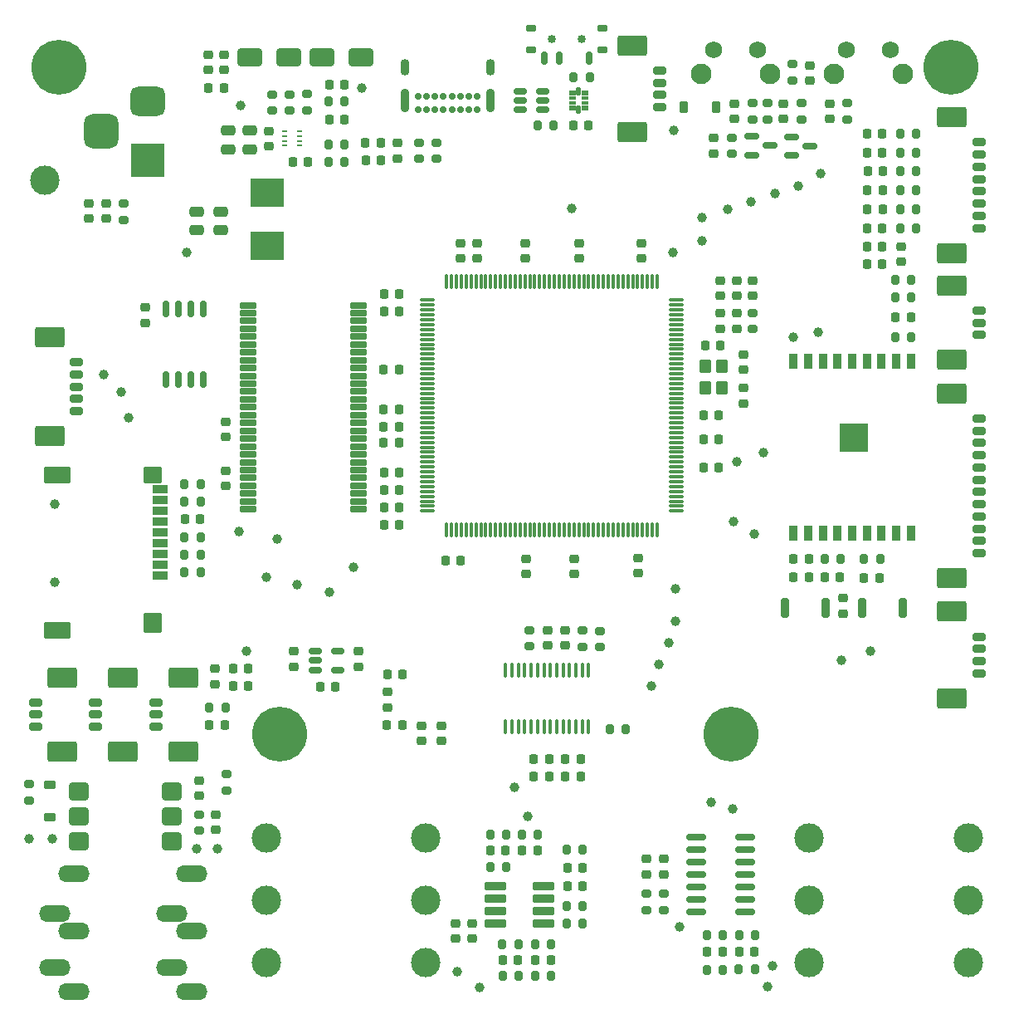
<source format=gbr>
%TF.GenerationSoftware,KiCad,Pcbnew,9.0.6*%
%TF.CreationDate,2026-01-08T15:16:43+08:00*%
%TF.ProjectId,STM32H7_PEDAL_V9,53544d33-3248-4375-9f50-4544414c5f56,rev?*%
%TF.SameCoordinates,Original*%
%TF.FileFunction,Soldermask,Top*%
%TF.FilePolarity,Negative*%
%FSLAX46Y46*%
G04 Gerber Fmt 4.6, Leading zero omitted, Abs format (unit mm)*
G04 Created by KiCad (PCBNEW 9.0.6) date 2026-01-08 15:16:43*
%MOMM*%
%LPD*%
G01*
G04 APERTURE LIST*
G04 Aperture macros list*
%AMRoundRect*
0 Rectangle with rounded corners*
0 $1 Rounding radius*
0 $2 $3 $4 $5 $6 $7 $8 $9 X,Y pos of 4 corners*
0 Add a 4 corners polygon primitive as box body*
4,1,4,$2,$3,$4,$5,$6,$7,$8,$9,$2,$3,0*
0 Add four circle primitives for the rounded corners*
1,1,$1+$1,$2,$3*
1,1,$1+$1,$4,$5*
1,1,$1+$1,$6,$7*
1,1,$1+$1,$8,$9*
0 Add four rect primitives between the rounded corners*
20,1,$1+$1,$2,$3,$4,$5,0*
20,1,$1+$1,$4,$5,$6,$7,0*
20,1,$1+$1,$6,$7,$8,$9,0*
20,1,$1+$1,$8,$9,$2,$3,0*%
G04 Aperture macros list end*
%ADD10RoundRect,0.218750X0.256250X-0.218750X0.256250X0.218750X-0.256250X0.218750X-0.256250X-0.218750X0*%
%ADD11RoundRect,0.225000X-0.225000X-0.250000X0.225000X-0.250000X0.225000X0.250000X-0.225000X0.250000X0*%
%ADD12RoundRect,0.200000X-0.200000X-0.275000X0.200000X-0.275000X0.200000X0.275000X-0.200000X0.275000X0*%
%ADD13RoundRect,0.200000X0.450000X-0.200000X0.450000X0.200000X-0.450000X0.200000X-0.450000X-0.200000X0*%
%ADD14RoundRect,0.250001X1.249999X-0.799999X1.249999X0.799999X-1.249999X0.799999X-1.249999X-0.799999X0*%
%ADD15C,1.000000*%
%ADD16RoundRect,0.200000X0.200000X0.275000X-0.200000X0.275000X-0.200000X-0.275000X0.200000X-0.275000X0*%
%ADD17RoundRect,0.056750X0.320250X0.170250X-0.320250X0.170250X-0.320250X-0.170250X0.320250X-0.170250X0*%
%ADD18RoundRect,0.050500X0.326500X0.151500X-0.326500X0.151500X-0.326500X-0.151500X0.326500X-0.151500X0*%
%ADD19RoundRect,0.063000X0.189000X0.339000X-0.189000X0.339000X-0.189000X-0.339000X0.189000X-0.339000X0*%
%ADD20RoundRect,0.200000X-0.275000X0.200000X-0.275000X-0.200000X0.275000X-0.200000X0.275000X0.200000X0*%
%ADD21RoundRect,0.225000X0.225000X0.250000X-0.225000X0.250000X-0.225000X-0.250000X0.225000X-0.250000X0*%
%ADD22RoundRect,0.150000X0.512500X0.150000X-0.512500X0.150000X-0.512500X-0.150000X0.512500X-0.150000X0*%
%ADD23RoundRect,0.225000X-0.250000X0.225000X-0.250000X-0.225000X0.250000X-0.225000X0.250000X0.225000X0*%
%ADD24C,2.100000*%
%ADD25C,1.750000*%
%ADD26RoundRect,0.225000X0.250000X-0.225000X0.250000X0.225000X-0.250000X0.225000X-0.250000X-0.225000X0*%
%ADD27RoundRect,0.218750X-0.256250X0.218750X-0.256250X-0.218750X0.256250X-0.218750X0.256250X0.218750X0*%
%ADD28C,3.000000*%
%ADD29RoundRect,0.200000X0.275000X-0.200000X0.275000X0.200000X-0.275000X0.200000X-0.275000X-0.200000X0*%
%ADD30RoundRect,0.200000X-0.200000X-0.800000X0.200000X-0.800000X0.200000X0.800000X-0.200000X0.800000X0*%
%ADD31RoundRect,0.218750X-0.218750X-0.256250X0.218750X-0.256250X0.218750X0.256250X-0.218750X0.256250X0*%
%ADD32O,3.220000X1.712000*%
%ADD33RoundRect,0.250000X1.000000X0.650000X-1.000000X0.650000X-1.000000X-0.650000X1.000000X-0.650000X0*%
%ADD34RoundRect,0.250000X-0.475000X0.250000X-0.475000X-0.250000X0.475000X-0.250000X0.475000X0.250000X0*%
%ADD35RoundRect,0.218750X0.218750X0.256250X-0.218750X0.256250X-0.218750X-0.256250X0.218750X-0.256250X0*%
%ADD36C,3.600000*%
%ADD37C,5.600000*%
%ADD38RoundRect,0.200000X-0.450000X0.200000X-0.450000X-0.200000X0.450000X-0.200000X0.450000X0.200000X0*%
%ADD39RoundRect,0.250001X-1.249999X0.799999X-1.249999X-0.799999X1.249999X-0.799999X1.249999X0.799999X0*%
%ADD40R,3.500000X3.500000*%
%ADD41RoundRect,0.750000X-1.000000X0.750000X-1.000000X-0.750000X1.000000X-0.750000X1.000000X0.750000X0*%
%ADD42RoundRect,0.875000X-0.875000X0.875000X-0.875000X-0.875000X0.875000X-0.875000X0.875000X0.875000X0*%
%ADD43RoundRect,0.100000X-0.100000X0.637500X-0.100000X-0.637500X0.100000X-0.637500X0.100000X0.637500X0*%
%ADD44RoundRect,0.150000X-0.825000X-0.150000X0.825000X-0.150000X0.825000X0.150000X-0.825000X0.150000X0*%
%ADD45RoundRect,0.162500X0.162500X-0.650000X0.162500X0.650000X-0.162500X0.650000X-0.162500X-0.650000X0*%
%ADD46RoundRect,0.100500X0.986500X0.301500X-0.986500X0.301500X-0.986500X-0.301500X0.986500X-0.301500X0*%
%ADD47RoundRect,0.225000X0.225000X0.375000X-0.225000X0.375000X-0.225000X-0.375000X0.225000X-0.375000X0*%
%ADD48RoundRect,0.249999X-0.750001X-0.640001X0.750001X-0.640001X0.750001X0.640001X-0.750001X0.640001X0*%
%ADD49RoundRect,0.150000X-0.587500X-0.150000X0.587500X-0.150000X0.587500X0.150000X-0.587500X0.150000X0*%
%ADD50R,0.606400X0.279400*%
%ADD51C,0.850000*%
%ADD52RoundRect,0.150000X0.150000X0.500000X-0.150000X0.500000X-0.150000X-0.500000X0.150000X-0.500000X0*%
%ADD53RoundRect,0.175000X0.350000X0.175000X-0.350000X0.175000X-0.350000X-0.175000X0.350000X-0.175000X0*%
%ADD54RoundRect,0.250000X-1.000000X-0.650000X1.000000X-0.650000X1.000000X0.650000X-1.000000X0.650000X0*%
%ADD55R,3.500000X2.950000*%
%ADD56RoundRect,0.075000X0.675000X0.075000X-0.675000X0.075000X-0.675000X-0.075000X0.675000X-0.075000X0*%
%ADD57RoundRect,0.075000X0.075000X0.675000X-0.075000X0.675000X-0.075000X-0.675000X0.075000X-0.675000X0*%
%ADD58RoundRect,0.250000X-0.350000X0.450000X-0.350000X-0.450000X0.350000X-0.450000X0.350000X0.450000X0*%
%ADD59C,0.700000*%
%ADD60O,0.900000X2.400000*%
%ADD61O,0.900000X1.700000*%
%ADD62RoundRect,0.150000X-0.512500X-0.150000X0.512500X-0.150000X0.512500X0.150000X-0.512500X0.150000X0*%
%ADD63RoundRect,0.225000X-0.375000X0.225000X-0.375000X-0.225000X0.375000X-0.225000X0.375000X0.225000X0*%
%ADD64RoundRect,0.188500X0.633500X0.188500X-0.633500X0.188500X-0.633500X-0.188500X0.633500X-0.188500X0*%
%ADD65C,0.999997*%
%ADD66RoundRect,0.102000X-0.650000X0.350000X-0.650000X-0.350000X0.650000X-0.350000X0.650000X0.350000X0*%
%ADD67RoundRect,0.102000X-0.825500X0.723900X-0.825500X-0.723900X0.825500X-0.723900X0.825500X0.723900X0*%
%ADD68RoundRect,0.102000X-1.219200X0.723900X-1.219200X-0.723900X1.219200X-0.723900X1.219200X0.723900X0*%
%ADD69RoundRect,0.102000X-0.825500X0.927100X-0.825500X-0.927100X0.825500X-0.927100X0.825500X0.927100X0*%
%ADD70R,0.900000X1.500000*%
%ADD71C,0.600000*%
%ADD72R,2.900000X2.900000*%
G04 APERTURE END LIST*
D10*
%TO.C,FB5*%
X182559712Y-158319218D03*
X182559712Y-156744218D03*
%TD*%
D11*
%TO.C,C93*%
X184359712Y-156731718D03*
X185909712Y-156731718D03*
%TD*%
%TO.C,C91*%
X184384712Y-158531718D03*
X185934712Y-158531718D03*
%TD*%
%TO.C,C90*%
X183534712Y-162531718D03*
X181984712Y-162531718D03*
%TD*%
D12*
%TO.C,R55*%
X183609712Y-160731718D03*
X181959712Y-160731718D03*
%TD*%
D13*
%TO.C,I/O_3*%
X176559712Y-162681718D03*
X176559712Y-161431718D03*
X176559712Y-160181718D03*
D14*
X179309712Y-165231718D03*
X179309712Y-157631718D03*
%TD*%
%TO.C,I/O_1*%
X173109712Y-157631718D03*
X173109712Y-165231718D03*
D13*
X170359712Y-160181718D03*
X170359712Y-161431718D03*
X170359712Y-162681718D03*
%TD*%
D15*
%TO.C,TP58*%
X185759712Y-154931718D03*
%TD*%
D16*
%TO.C,R24*%
X252434712Y-106031718D03*
X254084712Y-106031718D03*
%TD*%
D17*
%TO.C,U12*%
X220334712Y-99581718D03*
D18*
X220334712Y-99081718D03*
X220334712Y-98581718D03*
D17*
X220334712Y-98081718D03*
D19*
X219659712Y-97931718D03*
D17*
X218984712Y-98081718D03*
D18*
X218984712Y-98581718D03*
X218984712Y-99081718D03*
D17*
X218984712Y-99581718D03*
D19*
X219659712Y-99731718D03*
%TD*%
D20*
%TO.C,R3*%
X226534712Y-179706718D03*
X226534712Y-181356718D03*
%TD*%
D21*
%TO.C,C24*%
X216631725Y-165931718D03*
X215081725Y-165931718D03*
%TD*%
D22*
%TO.C,U9*%
X215997212Y-99781718D03*
X215997212Y-98831718D03*
X215997212Y-97881718D03*
X213722212Y-97881718D03*
X213722212Y-98831718D03*
X213722212Y-99781718D03*
%TD*%
D16*
%TO.C,R25*%
X254097212Y-107931718D03*
X252447212Y-107931718D03*
%TD*%
D23*
%TO.C,C45*%
X225719225Y-145456718D03*
X225719225Y-147006718D03*
%TD*%
D11*
%TO.C,C15*%
X211906725Y-186431718D03*
X213456725Y-186431718D03*
%TD*%
D20*
%TO.C,R28*%
X238959712Y-99106718D03*
X238959712Y-100756718D03*
%TD*%
D15*
%TO.C,TP50*%
X233159712Y-170331718D03*
%TD*%
D21*
%TO.C,C30*%
X201344225Y-120296916D03*
X199794225Y-120296916D03*
%TD*%
D24*
%TO.C,RST1*%
X245731725Y-96134218D03*
X252741725Y-96134218D03*
D25*
X246981725Y-93644218D03*
X251481725Y-93644218D03*
%TD*%
D26*
%TO.C,C1*%
X183459712Y-95706718D03*
X183459712Y-94156718D03*
%TD*%
D15*
%TO.C,TP57*%
X182759712Y-175131718D03*
%TD*%
D27*
%TO.C,D4*%
X243256725Y-95231718D03*
X243256725Y-96806718D03*
%TD*%
D12*
%TO.C,R10*%
X218431725Y-180931718D03*
X220081725Y-180931718D03*
%TD*%
D21*
%TO.C,C39*%
X207594225Y-145731718D03*
X206044225Y-145731718D03*
%TD*%
D16*
%TO.C,R42*%
X254084712Y-109931718D03*
X252434712Y-109931718D03*
%TD*%
D28*
%TO.C,J4*%
X204021725Y-180346718D03*
X187791725Y-180346718D03*
X204021725Y-186696718D03*
X187791725Y-186696718D03*
X204021725Y-173996718D03*
X187791725Y-173996718D03*
%TD*%
D21*
%TO.C,C72*%
X250647212Y-104131718D03*
X249097212Y-104131718D03*
%TD*%
D29*
%TO.C,R18*%
X214656725Y-154456718D03*
X214656725Y-152806718D03*
%TD*%
D16*
%TO.C,R9*%
X220081725Y-182754218D03*
X218431725Y-182754218D03*
%TD*%
D30*
%TO.C,SW1*%
X240659712Y-150531718D03*
X244859712Y-150531718D03*
%TD*%
D20*
%TO.C,R31*%
X235259712Y-102606718D03*
X235259712Y-104256718D03*
%TD*%
D31*
%TO.C,FB1*%
X181872212Y-97531718D03*
X183447212Y-97531718D03*
%TD*%
D21*
%TO.C,C43*%
X201344225Y-136796916D03*
X199794225Y-136796916D03*
%TD*%
D16*
%TO.C,R23*%
X181084712Y-139731718D03*
X179434712Y-139731718D03*
%TD*%
D11*
%TO.C,C57*%
X199744225Y-130331718D03*
X201294225Y-130331718D03*
%TD*%
D15*
%TO.C,TP49*%
X235359712Y-171034705D03*
%TD*%
D12*
%TO.C,R53*%
X215434712Y-101331718D03*
X217084712Y-101331718D03*
%TD*%
D32*
%TO.C,J10*%
X168159712Y-189631718D03*
X166159712Y-187231718D03*
X166159712Y-181711718D03*
X168159712Y-177631718D03*
X168159712Y-183531718D03*
%TD*%
D33*
%TO.C,D1*%
X190059712Y-94431718D03*
X186059712Y-94431718D03*
%TD*%
D15*
%TO.C,TP29*%
X228806725Y-154131718D03*
%TD*%
D34*
%TO.C,C18*%
X183862699Y-101881718D03*
X183862699Y-103781718D03*
%TD*%
D23*
%TO.C,C83*%
X175406725Y-119931718D03*
X175406725Y-121481718D03*
%TD*%
D29*
%TO.C,R29*%
X242359712Y-100756718D03*
X242359712Y-99106718D03*
%TD*%
D23*
%TO.C,C38*%
X214259712Y-145556718D03*
X214259712Y-147106718D03*
%TD*%
D21*
%TO.C,C16*%
X216790725Y-186443198D03*
X215240725Y-186443198D03*
%TD*%
%TO.C,C13*%
X194806725Y-158581718D03*
X193256725Y-158581718D03*
%TD*%
D12*
%TO.C,R33*%
X213831725Y-173641718D03*
X215481725Y-173641718D03*
%TD*%
D23*
%TO.C,C46*%
X245256725Y-99156718D03*
X245256725Y-100706718D03*
%TD*%
D34*
%TO.C,C78*%
X183159712Y-110131718D03*
X183159712Y-112031718D03*
%TD*%
D35*
%TO.C,D7*%
X253559712Y-120931718D03*
X251984712Y-120931718D03*
%TD*%
D11*
%TO.C,C48*%
X200081725Y-162531718D03*
X201631725Y-162531718D03*
%TD*%
D15*
%TO.C,TP46*%
X214459712Y-171831718D03*
%TD*%
D23*
%TO.C,C87*%
X246659712Y-149556718D03*
X246659712Y-151106718D03*
%TD*%
D11*
%TO.C,C82*%
X194209712Y-97231718D03*
X195759712Y-97231718D03*
%TD*%
D36*
%TO.C,H3*%
X189159712Y-163431718D03*
D37*
X189159712Y-163431718D03*
%TD*%
D15*
%TO.C,TP52*%
X163559712Y-174131718D03*
%TD*%
D26*
%TO.C,C20*%
X216456725Y-154406718D03*
X216456725Y-152856718D03*
%TD*%
D15*
%TO.C,TP26*%
X227056725Y-158531718D03*
%TD*%
D21*
%TO.C,C10*%
X234334712Y-185631718D03*
X232784712Y-185631718D03*
%TD*%
D38*
%TO.C,SWD1*%
X227909712Y-95756718D03*
X227909712Y-97006718D03*
X227909712Y-98256718D03*
X227909712Y-99506718D03*
D39*
X225159712Y-93206718D03*
X225159712Y-102056718D03*
%TD*%
D40*
%TO.C,J1*%
X175659712Y-104931718D03*
D41*
X175659712Y-98931718D03*
D42*
X170959712Y-101931718D03*
%TD*%
D21*
%TO.C,C70*%
X250634712Y-111831718D03*
X249084712Y-111831718D03*
%TD*%
D11*
%TO.C,C86*%
X244759712Y-147431718D03*
X246309712Y-147431718D03*
%TD*%
D21*
%TO.C,C74*%
X250659712Y-107931718D03*
X249109712Y-107931718D03*
%TD*%
D11*
%TO.C,C54*%
X199744225Y-133731718D03*
X201294225Y-133731718D03*
%TD*%
D23*
%TO.C,C58*%
X183656725Y-136556718D03*
X183656725Y-138106718D03*
%TD*%
D34*
%TO.C,C79*%
X180659712Y-110131718D03*
X180659712Y-112031718D03*
%TD*%
D26*
%TO.C,C27*%
X219719225Y-114921916D03*
X219719225Y-113371916D03*
%TD*%
D12*
%TO.C,R14*%
X215190725Y-188093198D03*
X216840725Y-188093198D03*
%TD*%
%TO.C,R39*%
X179434712Y-146931718D03*
X181084712Y-146931718D03*
%TD*%
D21*
%TO.C,C61*%
X199459712Y-104931718D03*
X197909712Y-104931718D03*
%TD*%
D15*
%TO.C,TP28*%
X229506725Y-148631718D03*
%TD*%
D21*
%TO.C,C62*%
X199434712Y-103181718D03*
X197884712Y-103181718D03*
%TD*%
D38*
%TO.C,I2C1*%
X260509712Y-153481718D03*
X260509712Y-154731718D03*
X260509712Y-155981718D03*
X260509712Y-157231718D03*
D39*
X257759712Y-150931718D03*
X257759712Y-159781718D03*
%TD*%
D43*
%TO.C,U4*%
X220656725Y-156931718D03*
X220006725Y-156931718D03*
X219356725Y-156931718D03*
X218706725Y-156931718D03*
X218056725Y-156931718D03*
X217406725Y-156931718D03*
X216756725Y-156931718D03*
X216106725Y-156931718D03*
X215456725Y-156931718D03*
X214806725Y-156931718D03*
X214156725Y-156931718D03*
X213506725Y-156931718D03*
X212856725Y-156931718D03*
X212206725Y-156931718D03*
X212206725Y-162656718D03*
X212856725Y-162656718D03*
X213506725Y-162656718D03*
X214156725Y-162656718D03*
X214806725Y-162656718D03*
X215456725Y-162656718D03*
X216106725Y-162656718D03*
X216756725Y-162656718D03*
X217406725Y-162656718D03*
X218056725Y-162656718D03*
X218706725Y-162656718D03*
X219356725Y-162656718D03*
X220006725Y-162656718D03*
X220656725Y-162656718D03*
%TD*%
D15*
%TO.C,TP27*%
X229556725Y-151881718D03*
%TD*%
%TO.C,TP32*%
X184956725Y-142731718D03*
%TD*%
D16*
%TO.C,R26*%
X254097212Y-102244218D03*
X252447212Y-102244218D03*
%TD*%
%TO.C,R4*%
X237684712Y-183931718D03*
X236034712Y-183931718D03*
%TD*%
D26*
%TO.C,C28*%
X226069225Y-114921916D03*
X226069225Y-113371916D03*
%TD*%
D15*
%TO.C,TP17*%
X232256725Y-110731718D03*
%TD*%
D30*
%TO.C,SW2*%
X248559712Y-150531718D03*
X252759712Y-150531718D03*
%TD*%
D21*
%TO.C,C66*%
X250647212Y-113694218D03*
X249097212Y-113694218D03*
%TD*%
D15*
%TO.C,TP38*%
X197559712Y-97531718D03*
%TD*%
D44*
%TO.C,U2*%
X231659712Y-173921718D03*
X231659712Y-175191718D03*
X231659712Y-176461718D03*
X231659712Y-177731718D03*
X231659712Y-179001718D03*
X231659712Y-180271718D03*
X231659712Y-181541718D03*
X236609712Y-181541718D03*
X236609712Y-180271718D03*
X236609712Y-179001718D03*
X236609712Y-177731718D03*
X236609712Y-176461718D03*
X236609712Y-175191718D03*
X236609712Y-173921718D03*
%TD*%
D12*
%TO.C,R41*%
X218431725Y-175231718D03*
X220081725Y-175231718D03*
%TD*%
D24*
%TO.C,BOOT1*%
X232131725Y-96134218D03*
X239141725Y-96134218D03*
D25*
X233381725Y-93644218D03*
X237881725Y-93644218D03*
%TD*%
D11*
%TO.C,C68*%
X213881725Y-175241718D03*
X215431725Y-175241718D03*
%TD*%
D20*
%TO.C,R34*%
X237409712Y-120481718D03*
X237409712Y-122131718D03*
%TD*%
D11*
%TO.C,C5*%
X200131725Y-157331718D03*
X201681725Y-157331718D03*
%TD*%
%TO.C,C11*%
X210656725Y-175249218D03*
X212206725Y-175249218D03*
%TD*%
D21*
%TO.C,C65*%
X181034712Y-141531718D03*
X179484712Y-141531718D03*
%TD*%
D29*
%TO.C,R35*%
X173256725Y-110981718D03*
X173256725Y-109331718D03*
%TD*%
D15*
%TO.C,TP33*%
X188856725Y-143531718D03*
%TD*%
D34*
%TO.C,C80*%
X186062699Y-101881718D03*
X186062699Y-103781718D03*
%TD*%
D15*
%TO.C,TP53*%
X165959712Y-174131718D03*
%TD*%
D16*
%TO.C,R43*%
X254084712Y-111831718D03*
X252434712Y-111831718D03*
%TD*%
D11*
%TO.C,C71*%
X190487699Y-105131718D03*
X192037699Y-105131718D03*
%TD*%
D15*
%TO.C,TP66*%
X171159712Y-126731718D03*
%TD*%
D10*
%TO.C,FB3*%
X201159712Y-104719218D03*
X201159712Y-103144218D03*
%TD*%
D26*
%TO.C,C25*%
X234109712Y-122081718D03*
X234109712Y-120531718D03*
%TD*%
D15*
%TO.C,TP22*%
X244359180Y-106241325D03*
%TD*%
D16*
%TO.C,R21*%
X254097212Y-104131718D03*
X252447212Y-104131718D03*
%TD*%
D36*
%TO.C,H5*%
X235159712Y-163431718D03*
D37*
X235159712Y-163431718D03*
%TD*%
D12*
%TO.C,R22*%
X179434712Y-143331718D03*
X181084712Y-143331718D03*
%TD*%
D15*
%TO.C,TP65*%
X172959712Y-128531718D03*
%TD*%
D27*
%TO.C,D3*%
X233459712Y-102631718D03*
X233459712Y-104206718D03*
%TD*%
D45*
%TO.C,U7*%
X177501725Y-127269218D03*
X178771725Y-127269218D03*
X180041725Y-127269218D03*
X181311725Y-127269218D03*
X181311725Y-120094218D03*
X180041725Y-120094218D03*
X178771725Y-120094218D03*
X177501725Y-120094218D03*
%TD*%
D38*
%TO.C,ENC1*%
X168409712Y-125500000D03*
X168409712Y-126750000D03*
X168409712Y-128000000D03*
X168409712Y-129250000D03*
X168409712Y-130500000D03*
D39*
X165659712Y-122950000D03*
X165659712Y-133050000D03*
%TD*%
D15*
%TO.C,TP24*%
X229359712Y-101831718D03*
%TD*%
D11*
%TO.C,C40*%
X232381725Y-130931718D03*
X233931725Y-130931718D03*
%TD*%
D38*
%TO.C,J3*%
X260509712Y-131231718D03*
X260509712Y-132481718D03*
X260509712Y-133731718D03*
X260509712Y-134981718D03*
X260509712Y-136231718D03*
X260509712Y-137481718D03*
X260509712Y-138731718D03*
X260509712Y-139981718D03*
X260509712Y-141231718D03*
X260509712Y-142481718D03*
X260509712Y-143731718D03*
X260509712Y-144981718D03*
D39*
X257759712Y-128681718D03*
X257759712Y-147531718D03*
%TD*%
D20*
%TO.C,R36*%
X205159712Y-103106718D03*
X205159712Y-104756718D03*
%TD*%
D38*
%TO.C,J2*%
X260509712Y-103081718D03*
X260509712Y-104331718D03*
X260509712Y-105581718D03*
X260509712Y-106831718D03*
X260509712Y-108081718D03*
X260509712Y-109331718D03*
X260509712Y-110581718D03*
X260509712Y-111831718D03*
D39*
X257759712Y-100531718D03*
X257759712Y-114381718D03*
%TD*%
D21*
%TO.C,C36*%
X201294225Y-126231718D03*
X199744225Y-126231718D03*
%TD*%
D16*
%TO.C,R20*%
X253584712Y-118931718D03*
X251934712Y-118931718D03*
%TD*%
D11*
%TO.C,C84*%
X241584712Y-147431718D03*
X243134712Y-147431718D03*
%TD*%
D15*
%TO.C,TP30*%
X187756725Y-147431718D03*
%TD*%
D23*
%TO.C,C4*%
X190581725Y-154981718D03*
X190581725Y-156531718D03*
%TD*%
%TO.C,C63*%
X235559712Y-99156718D03*
X235559712Y-100706718D03*
%TD*%
D46*
%TO.C,U3*%
X216056725Y-182701718D03*
X216056725Y-181431718D03*
X216056725Y-180161718D03*
X216056725Y-178891718D03*
X211116725Y-178891718D03*
X211116725Y-180161718D03*
X211116725Y-181431718D03*
X211116725Y-182701718D03*
%TD*%
D15*
%TO.C,TP45*%
X213059712Y-168831718D03*
%TD*%
D28*
%TO.C,TP51*%
X165159712Y-106931718D03*
%TD*%
D21*
%TO.C,C88*%
X250334712Y-147531718D03*
X248784712Y-147531718D03*
%TD*%
D26*
%TO.C,C26*%
X235759712Y-118731718D03*
X235759712Y-117181718D03*
%TD*%
D23*
%TO.C,C3*%
X197181725Y-154981718D03*
X197181725Y-156531718D03*
%TD*%
D47*
%TO.C,D2*%
X233709712Y-99531718D03*
X230409712Y-99531718D03*
%TD*%
D11*
%TO.C,C85*%
X241584712Y-145531718D03*
X243134712Y-145531718D03*
%TD*%
D23*
%TO.C,C32*%
X219169225Y-145556718D03*
X219169225Y-147106718D03*
%TD*%
D15*
%TO.C,TP60*%
X244059712Y-122431718D03*
%TD*%
D20*
%TO.C,R37*%
X203359712Y-103106718D03*
X203359712Y-104756718D03*
%TD*%
D12*
%TO.C,R13*%
X211881725Y-188081718D03*
X213531725Y-188081718D03*
%TD*%
D11*
%TO.C,C17*%
X194209712Y-100731718D03*
X195759712Y-100731718D03*
%TD*%
D23*
%TO.C,C76*%
X207056725Y-182731718D03*
X207056725Y-184281718D03*
%TD*%
D11*
%TO.C,C21*%
X218306725Y-167731718D03*
X219856725Y-167731718D03*
%TD*%
D12*
%TO.C,R40*%
X179434712Y-145131718D03*
X181084712Y-145131718D03*
%TD*%
D23*
%TO.C,C55*%
X183656725Y-131556718D03*
X183656725Y-133106718D03*
%TD*%
%TO.C,C77*%
X208756725Y-182731718D03*
X208756725Y-184281718D03*
%TD*%
D21*
%TO.C,C29*%
X201294225Y-132131718D03*
X199744225Y-132131718D03*
%TD*%
D48*
%TO.C,U11*%
X168629712Y-169291718D03*
X168629712Y-171831718D03*
X168629712Y-174371718D03*
X178159712Y-174371718D03*
X178159712Y-171831718D03*
X178159712Y-169291718D03*
%TD*%
D15*
%TO.C,TP1*%
X207259712Y-187631718D03*
%TD*%
D26*
%TO.C,C2*%
X181859712Y-95706718D03*
X181859712Y-94156718D03*
%TD*%
D29*
%TO.C,R16*%
X220056725Y-154516520D03*
X220056725Y-152866520D03*
%TD*%
D27*
%TO.C,FB2*%
X200156725Y-159144218D03*
X200156725Y-160719218D03*
%TD*%
D21*
%TO.C,C51*%
X250659712Y-109931718D03*
X249109712Y-109931718D03*
%TD*%
D16*
%TO.C,R19*%
X253584712Y-117131718D03*
X251934712Y-117131718D03*
%TD*%
D28*
%TO.C,J8*%
X259389712Y-180331718D03*
X243159712Y-180331718D03*
X259389712Y-186681718D03*
X243159712Y-186681718D03*
X259389712Y-173981718D03*
X243159712Y-173981718D03*
%TD*%
D15*
%TO.C,TP35*%
X194256725Y-148931718D03*
%TD*%
D49*
%TO.C,Q1*%
X241381725Y-102531718D03*
X241381725Y-104431718D03*
X243256725Y-103481718D03*
%TD*%
D50*
%TO.C,U5*%
X189664312Y-101931716D03*
X189664312Y-102431717D03*
X189664312Y-102931717D03*
X189664312Y-103431718D03*
X191159712Y-103431718D03*
X191159712Y-102931717D03*
X191159712Y-102431717D03*
X191159712Y-101931716D03*
%TD*%
D15*
%TO.C,TP48*%
X238959712Y-189131718D03*
%TD*%
D51*
%TO.C,SW3*%
X219934712Y-92531718D03*
X216934712Y-92531718D03*
D52*
X220684712Y-94481718D03*
X217684712Y-94481718D03*
X216184712Y-94481718D03*
D53*
X222109712Y-93631718D03*
X222109712Y-91431718D03*
X214759712Y-93631718D03*
X214759712Y-91431718D03*
%TD*%
D11*
%TO.C,C37*%
X232384712Y-136231718D03*
X233934712Y-136231718D03*
%TD*%
D29*
%TO.C,R49*%
X180959712Y-173256718D03*
X180959712Y-171606718D03*
%TD*%
D54*
%TO.C,D6*%
X193459712Y-94431718D03*
X197459712Y-94431718D03*
%TD*%
D16*
%TO.C,R15*%
X224481725Y-162931718D03*
X222831725Y-162931718D03*
%TD*%
D29*
%TO.C,Rb1*%
X190159712Y-99856718D03*
X190159712Y-98206718D03*
%TD*%
D21*
%TO.C,C89*%
X220659712Y-101331718D03*
X219109712Y-101331718D03*
%TD*%
D15*
%TO.C,TP2*%
X232256725Y-113131718D03*
%TD*%
%TO.C,TP62*%
X235459712Y-141731718D03*
%TD*%
D16*
%TO.C,R51*%
X246409712Y-145531718D03*
X244759712Y-145531718D03*
%TD*%
D12*
%TO.C,R7*%
X210606725Y-173649218D03*
X212256725Y-173649218D03*
%TD*%
D26*
%TO.C,C49*%
X235759712Y-122081718D03*
X235759712Y-120531718D03*
%TD*%
%TO.C,C44*%
X209256725Y-114921916D03*
X209256725Y-113371916D03*
%TD*%
%TO.C,C14*%
X203656725Y-164106718D03*
X203656725Y-162556718D03*
%TD*%
D15*
%TO.C,TP18*%
X234856725Y-109931718D03*
%TD*%
D11*
%TO.C,C31*%
X232581725Y-123781718D03*
X234131725Y-123781718D03*
%TD*%
D27*
%TO.C,FB4*%
X252547212Y-113694218D03*
X252547212Y-115269218D03*
%TD*%
D11*
%TO.C,C56*%
X199769225Y-118531718D03*
X201319225Y-118531718D03*
%TD*%
D15*
%TO.C,TP25*%
X227856725Y-156331718D03*
%TD*%
D21*
%TO.C,C73*%
X250690962Y-106031718D03*
X249140962Y-106031718D03*
%TD*%
D11*
%TO.C,C41*%
X232381725Y-133331718D03*
X233931725Y-133331718D03*
%TD*%
D27*
%TO.C,L1*%
X237409712Y-117181718D03*
X237409712Y-118756718D03*
%TD*%
D15*
%TO.C,TP34*%
X190956725Y-148181718D03*
%TD*%
%TO.C,TP23*%
X218959712Y-109831718D03*
%TD*%
D23*
%TO.C,C92*%
X180959712Y-168156718D03*
X180959712Y-169706718D03*
%TD*%
D15*
%TO.C,TP47*%
X239459712Y-187031718D03*
%TD*%
%TO.C,TP3*%
X229256725Y-114331718D03*
%TD*%
D16*
%TO.C,R11*%
X213481725Y-184831718D03*
X211831725Y-184831718D03*
%TD*%
%TO.C,R44*%
X195784712Y-105131718D03*
X194134712Y-105131718D03*
%TD*%
D23*
%TO.C,C52*%
X171456725Y-109331718D03*
X171456725Y-110881718D03*
%TD*%
D29*
%TO.C,R17*%
X221856725Y-154541520D03*
X221856725Y-152891520D03*
%TD*%
D20*
%TO.C,R27*%
X247056725Y-99106718D03*
X247056725Y-100756718D03*
%TD*%
D15*
%TO.C,TP37*%
X185159712Y-99331718D03*
%TD*%
D16*
%TO.C,R38*%
X181084712Y-137931718D03*
X179434712Y-137931718D03*
%TD*%
D11*
%TO.C,C60*%
X199794225Y-142046916D03*
X201344225Y-142046916D03*
%TD*%
D21*
%TO.C,C9*%
X237609712Y-185631718D03*
X236059712Y-185631718D03*
%TD*%
D26*
%TO.C,C34*%
X207556725Y-114921916D03*
X207556725Y-113371916D03*
%TD*%
D29*
%TO.C,R6*%
X228334712Y-181356718D03*
X228334712Y-179706718D03*
%TD*%
D55*
%TO.C,L2*%
X187909712Y-108206718D03*
X187909712Y-113656718D03*
%TD*%
D36*
%TO.C,H2*%
X257659712Y-95431718D03*
D37*
X257659712Y-95431718D03*
%TD*%
D20*
%TO.C,R32*%
X241456725Y-95131718D03*
X241456725Y-96781718D03*
%TD*%
D23*
%TO.C,C53*%
X169656725Y-109331718D03*
X169656725Y-110881718D03*
%TD*%
D21*
%TO.C,C35*%
X201344225Y-138546916D03*
X199794225Y-138546916D03*
%TD*%
D12*
%TO.C,R5*%
X232734712Y-183931718D03*
X234384712Y-183931718D03*
%TD*%
D56*
%TO.C,U1*%
X229597500Y-140680198D03*
X229597500Y-140180198D03*
X229597500Y-139680198D03*
X229597500Y-139180198D03*
X229597500Y-138680198D03*
X229597500Y-138180198D03*
X229597500Y-137680198D03*
X229597500Y-137180198D03*
X229597500Y-136680198D03*
X229597500Y-136180198D03*
X229597500Y-135680198D03*
X229597500Y-135180198D03*
X229597500Y-134680198D03*
X229597500Y-134180198D03*
X229597500Y-133680198D03*
X229597500Y-133180198D03*
X229597500Y-132680198D03*
X229597500Y-132180198D03*
X229597500Y-131680198D03*
X229597500Y-131180198D03*
X229597500Y-130680198D03*
X229597500Y-130180198D03*
X229597500Y-129680198D03*
X229597500Y-129180198D03*
X229597500Y-128680198D03*
X229597500Y-128180198D03*
X229597500Y-127680198D03*
X229597500Y-127180198D03*
X229597500Y-126680198D03*
X229597500Y-126180198D03*
X229597500Y-125680198D03*
X229597500Y-125180198D03*
X229597500Y-124680198D03*
X229597500Y-124180198D03*
X229597500Y-123680198D03*
X229597500Y-123180198D03*
X229597500Y-122680198D03*
X229597500Y-122180198D03*
X229597500Y-121680198D03*
X229597500Y-121180198D03*
X229597500Y-120680198D03*
X229597500Y-120180198D03*
X229597500Y-119680198D03*
X229597500Y-119180198D03*
D57*
X227672500Y-117255198D03*
X227172500Y-117255198D03*
X226672500Y-117255198D03*
X226172500Y-117255198D03*
X225672500Y-117255198D03*
X225172500Y-117255198D03*
X224672500Y-117255198D03*
X224172500Y-117255198D03*
X223672500Y-117255198D03*
X223172500Y-117255198D03*
X222672500Y-117255198D03*
X222172500Y-117255198D03*
X221672500Y-117255198D03*
X221172500Y-117255198D03*
X220672500Y-117255198D03*
X220172500Y-117255198D03*
X219672500Y-117255198D03*
X219172500Y-117255198D03*
X218672500Y-117255198D03*
X218172500Y-117255198D03*
X217672500Y-117255198D03*
X217172500Y-117255198D03*
X216672500Y-117255198D03*
X216172500Y-117255198D03*
X215672500Y-117255198D03*
X215172500Y-117255198D03*
X214672500Y-117255198D03*
X214172500Y-117255198D03*
X213672500Y-117255198D03*
X213172500Y-117255198D03*
X212672500Y-117255198D03*
X212172500Y-117255198D03*
X211672500Y-117255198D03*
X211172500Y-117255198D03*
X210672500Y-117255198D03*
X210172500Y-117255198D03*
X209672500Y-117255198D03*
X209172500Y-117255198D03*
X208672500Y-117255198D03*
X208172500Y-117255198D03*
X207672500Y-117255198D03*
X207172500Y-117255198D03*
X206672500Y-117255198D03*
X206172500Y-117255198D03*
D56*
X204247500Y-119180198D03*
X204247500Y-119680198D03*
X204247500Y-120180198D03*
X204247500Y-120680198D03*
X204247500Y-121180198D03*
X204247500Y-121680198D03*
X204247500Y-122180198D03*
X204247500Y-122680198D03*
X204247500Y-123180198D03*
X204247500Y-123680198D03*
X204247500Y-124180198D03*
X204247500Y-124680198D03*
X204247500Y-125180198D03*
X204247500Y-125680198D03*
X204247500Y-126180198D03*
X204247500Y-126680198D03*
X204247500Y-127180198D03*
X204247500Y-127680198D03*
X204247500Y-128180198D03*
X204247500Y-128680198D03*
X204247500Y-129180198D03*
X204247500Y-129680198D03*
X204247500Y-130180198D03*
X204247500Y-130680198D03*
X204247500Y-131180198D03*
X204247500Y-131680198D03*
X204247500Y-132180198D03*
X204247500Y-132680198D03*
X204247500Y-133180198D03*
X204247500Y-133680198D03*
X204247500Y-134180198D03*
X204247500Y-134680198D03*
X204247500Y-135180198D03*
X204247500Y-135680198D03*
X204247500Y-136180198D03*
X204247500Y-136680198D03*
X204247500Y-137180198D03*
X204247500Y-137680198D03*
X204247500Y-138180198D03*
X204247500Y-138680198D03*
X204247500Y-139180198D03*
X204247500Y-139680198D03*
X204247500Y-140180198D03*
X204247500Y-140680198D03*
D57*
X206172500Y-142605198D03*
X206672500Y-142605198D03*
X207172500Y-142605198D03*
X207672500Y-142605198D03*
X208172500Y-142605198D03*
X208672500Y-142605198D03*
X209172500Y-142605198D03*
X209672500Y-142605198D03*
X210172500Y-142605198D03*
X210672500Y-142605198D03*
X211172500Y-142605198D03*
X211672500Y-142605198D03*
X212172500Y-142605198D03*
X212672500Y-142605198D03*
X213172500Y-142605198D03*
X213672500Y-142605198D03*
X214172500Y-142605198D03*
X214672500Y-142605198D03*
X215172500Y-142605198D03*
X215672500Y-142605198D03*
X216172500Y-142605198D03*
X216672500Y-142605198D03*
X217172500Y-142605198D03*
X217672500Y-142605198D03*
X218172500Y-142605198D03*
X218672500Y-142605198D03*
X219172500Y-142605198D03*
X219672500Y-142605198D03*
X220172500Y-142605198D03*
X220672500Y-142605198D03*
X221172500Y-142605198D03*
X221672500Y-142605198D03*
X222172500Y-142605198D03*
X222672500Y-142605198D03*
X223172500Y-142605198D03*
X223672500Y-142605198D03*
X224172500Y-142605198D03*
X224672500Y-142605198D03*
X225172500Y-142605198D03*
X225672500Y-142605198D03*
X226172500Y-142605198D03*
X226672500Y-142605198D03*
X227172500Y-142605198D03*
X227672500Y-142605198D03*
%TD*%
D11*
%TO.C,C59*%
X199794225Y-140296916D03*
X201344225Y-140296916D03*
%TD*%
D21*
%TO.C,C69*%
X220031725Y-177031718D03*
X218481725Y-177031718D03*
%TD*%
D16*
%TO.C,R45*%
X195759712Y-103331718D03*
X194109712Y-103331718D03*
%TD*%
D58*
%TO.C,Y1*%
X232606725Y-125881718D03*
X232606725Y-128081718D03*
X234306725Y-128081718D03*
X234306725Y-125881718D03*
%TD*%
D32*
%TO.C,J7*%
X180159712Y-189631718D03*
X178159712Y-187231718D03*
X178159712Y-181711718D03*
X180159712Y-177631718D03*
X180159712Y-183531718D03*
%TD*%
D11*
%TO.C,C22*%
X218306725Y-165931718D03*
X219856725Y-165931718D03*
%TD*%
D15*
%TO.C,TP19*%
X237256725Y-109131718D03*
%TD*%
D26*
%TO.C,C47*%
X240559712Y-100706718D03*
X240559712Y-99156718D03*
%TD*%
D15*
%TO.C,TP59*%
X241559712Y-122931718D03*
%TD*%
D23*
%TO.C,C64*%
X236459712Y-124706718D03*
X236459712Y-126256718D03*
%TD*%
D49*
%TO.C,Q2*%
X237284712Y-102481718D03*
X237284712Y-104381718D03*
X239159712Y-103431718D03*
%TD*%
D15*
%TO.C,TP36*%
X179656725Y-114331718D03*
%TD*%
%TO.C,TP21*%
X242056725Y-107531718D03*
%TD*%
D29*
%TO.C,R48*%
X183759712Y-169156718D03*
X183759712Y-167506718D03*
%TD*%
D23*
%TO.C,C81*%
X188062699Y-101956718D03*
X188062699Y-103506718D03*
%TD*%
%TO.C,C6*%
X234109712Y-117181718D03*
X234109712Y-118731718D03*
%TD*%
D15*
%TO.C,TP5*%
X249457725Y-154931718D03*
%TD*%
D26*
%TO.C,C50*%
X205656725Y-164106718D03*
X205656725Y-162556718D03*
%TD*%
D29*
%TO.C,Rg1*%
X188359712Y-99881718D03*
X188359712Y-98231718D03*
%TD*%
D26*
%TO.C,R47*%
X182659712Y-173181718D03*
X182659712Y-171631718D03*
%TD*%
D15*
%TO.C,TP12*%
X238459712Y-134681718D03*
%TD*%
D16*
%TO.C,Rtop1*%
X195759712Y-98931718D03*
X194109712Y-98931718D03*
%TD*%
D26*
%TO.C,C33*%
X214169225Y-114921916D03*
X214169225Y-113371916D03*
%TD*%
D20*
%TO.C,RT1*%
X191959712Y-98181718D03*
X191959712Y-99831718D03*
%TD*%
D29*
%TO.C,R46*%
X163559712Y-170156718D03*
X163559712Y-168506718D03*
%TD*%
D26*
%TO.C,C8*%
X228334712Y-177706718D03*
X228334712Y-176156718D03*
%TD*%
D59*
%TO.C,J5*%
X209259712Y-99791718D03*
X208409712Y-99791718D03*
X207559712Y-99791718D03*
X206709712Y-99791718D03*
X205859712Y-99791718D03*
X205009712Y-99791718D03*
X204159712Y-99791718D03*
X203309712Y-99791718D03*
X203309712Y-98441718D03*
X204159712Y-98441718D03*
X205009712Y-98441718D03*
X205859712Y-98441718D03*
X206709712Y-98441718D03*
X207559712Y-98441718D03*
X208409712Y-98441718D03*
X209259712Y-98441718D03*
D60*
X210609712Y-98811718D03*
D61*
X210609712Y-95431718D03*
D60*
X201959712Y-98811718D03*
D61*
X201959712Y-95431718D03*
%TD*%
D62*
%TO.C,U6*%
X192819225Y-154981718D03*
X192819225Y-155931718D03*
X192819225Y-156881718D03*
X195094225Y-156881718D03*
X195094225Y-154981718D03*
%TD*%
D15*
%TO.C,TP63*%
X229909712Y-183031718D03*
%TD*%
D13*
%TO.C,I/O_2*%
X164209712Y-162681718D03*
X164209712Y-161431718D03*
X164209712Y-160181718D03*
D14*
X166959712Y-165231718D03*
X166959712Y-157631718D03*
%TD*%
D12*
%TO.C,R12*%
X215190725Y-184843198D03*
X216840725Y-184843198D03*
%TD*%
D16*
%TO.C,R1*%
X237634712Y-187393198D03*
X235984712Y-187393198D03*
%TD*%
D29*
%TO.C,R30*%
X237359712Y-100756718D03*
X237359712Y-99106718D03*
%TD*%
D21*
%TO.C,C67*%
X250622212Y-115494218D03*
X249072212Y-115494218D03*
%TD*%
D12*
%TO.C,R52*%
X219134712Y-96431718D03*
X220784712Y-96431718D03*
%TD*%
D16*
%TO.C,R54*%
X253584712Y-122931718D03*
X251934712Y-122931718D03*
%TD*%
D15*
%TO.C,TP10*%
X235759712Y-135631718D03*
%TD*%
D21*
%TO.C,C23*%
X216631725Y-167731718D03*
X215081725Y-167731718D03*
%TD*%
D63*
%TO.C,D5*%
X165659712Y-168581718D03*
X165659712Y-171881718D03*
%TD*%
D15*
%TO.C,TP20*%
X239656725Y-108331718D03*
%TD*%
D26*
%TO.C,C19*%
X218256725Y-154406718D03*
X218256725Y-152856718D03*
%TD*%
D12*
%TO.C,R50*%
X248759712Y-145531718D03*
X250409712Y-145531718D03*
%TD*%
D21*
%TO.C,C75*%
X250647212Y-102244218D03*
X249097212Y-102244218D03*
%TD*%
D15*
%TO.C,TP31*%
X196659712Y-146431718D03*
%TD*%
D23*
%TO.C,C42*%
X236456725Y-128156718D03*
X236456725Y-129706718D03*
%TD*%
D36*
%TO.C,H1*%
X166659712Y-95431718D03*
D37*
X166659712Y-95431718D03*
%TD*%
D15*
%TO.C,TP56*%
X180659712Y-175131718D03*
%TD*%
D16*
%TO.C,R2*%
X234384712Y-187431718D03*
X232734712Y-187431718D03*
%TD*%
D64*
%TO.C,U8*%
X197159225Y-140496916D03*
X197159225Y-139696916D03*
X197159225Y-138896916D03*
X197159225Y-138096916D03*
X197159225Y-137296916D03*
X197159225Y-136496916D03*
X197159225Y-135696916D03*
X197159225Y-134896916D03*
X197159225Y-134096916D03*
X197159225Y-133296916D03*
X197159225Y-132496916D03*
X197159225Y-131696916D03*
X197159225Y-130896916D03*
X197159225Y-130096916D03*
X197159225Y-129296916D03*
X197159225Y-128496916D03*
X197159225Y-127696916D03*
X197159225Y-126896916D03*
X197159225Y-126096916D03*
X197159225Y-125296916D03*
X197159225Y-124496916D03*
X197159225Y-123696916D03*
X197159225Y-122896916D03*
X197159225Y-122096916D03*
X197159225Y-121296916D03*
X197159225Y-120496916D03*
X197159225Y-119696916D03*
X185919225Y-119696916D03*
X185919225Y-120496916D03*
X185919225Y-121296916D03*
X185919225Y-122096916D03*
X185919225Y-122896916D03*
X185919225Y-123696916D03*
X185919225Y-124496916D03*
X185919225Y-125296916D03*
X185919225Y-126096916D03*
X185919225Y-126896916D03*
X185919225Y-127696916D03*
X185919225Y-128496916D03*
X185919225Y-129296916D03*
X185919225Y-130096916D03*
X185919225Y-130896916D03*
X185919225Y-131696916D03*
X185919225Y-132496916D03*
X185919225Y-133296916D03*
X185919225Y-134096916D03*
X185919225Y-134896916D03*
X185919225Y-135696916D03*
X185919225Y-136496916D03*
X185919225Y-137296916D03*
X185919225Y-138096916D03*
X185919225Y-138896916D03*
X185919225Y-139696916D03*
X185919225Y-140496916D03*
%TD*%
D11*
%TO.C,C12*%
X218481725Y-178931718D03*
X220031725Y-178931718D03*
%TD*%
D26*
%TO.C,C7*%
X226584712Y-177706718D03*
X226584712Y-176156718D03*
%TD*%
D65*
%TO.C,MICRO_SD1*%
X166229112Y-139996200D03*
X166229112Y-147971800D03*
D66*
X176933512Y-147229800D03*
X176933512Y-146129800D03*
X176933512Y-145029800D03*
X176933512Y-143929800D03*
X176933512Y-142829800D03*
X176933512Y-141729800D03*
X176933512Y-140629800D03*
X176933512Y-139529800D03*
X176933512Y-138429800D03*
D67*
X176159712Y-137011400D03*
D68*
X166459712Y-137011400D03*
X166459712Y-152836200D03*
D69*
X176159712Y-152061200D03*
%TD*%
D70*
%TO.C,U10*%
X241559712Y-142941718D03*
X243059712Y-142941718D03*
X244559712Y-142941718D03*
X246059712Y-142941718D03*
X247559712Y-142941718D03*
X249059712Y-142941718D03*
X250559712Y-142941718D03*
X252059712Y-142941718D03*
X253559712Y-142941718D03*
X253559712Y-125441718D03*
X252059712Y-125441718D03*
X250559712Y-125441718D03*
X249059712Y-125441718D03*
X247559712Y-125441718D03*
X246059712Y-125441718D03*
X244559712Y-125441718D03*
X243059712Y-125441718D03*
X241559712Y-125441718D03*
D71*
X247209712Y-134331718D03*
X248309712Y-134331718D03*
X246659712Y-133781718D03*
X247759712Y-133781718D03*
X248859712Y-133781718D03*
X247209712Y-133231718D03*
D72*
X247759712Y-133231718D03*
D71*
X248309712Y-133231718D03*
X246659712Y-132681718D03*
X247759712Y-132681718D03*
X248859712Y-132681718D03*
X247209712Y-132131718D03*
X248309712Y-132131718D03*
%TD*%
D12*
%TO.C,R8*%
X210606725Y-176949218D03*
X212256725Y-176949218D03*
%TD*%
D15*
%TO.C,TP64*%
X173759712Y-131131718D03*
%TD*%
%TO.C,TP61*%
X237559712Y-143031718D03*
%TD*%
D38*
%TO.C,LEDS1*%
X260509712Y-120231718D03*
X260509712Y-121481718D03*
X260509712Y-122731718D03*
D39*
X257759712Y-117681718D03*
X257759712Y-125281718D03*
%TD*%
D15*
%TO.C,TP6*%
X246456725Y-155931718D03*
%TD*%
%TO.C,TP4*%
X209559712Y-189231718D03*
%TD*%
M02*

</source>
